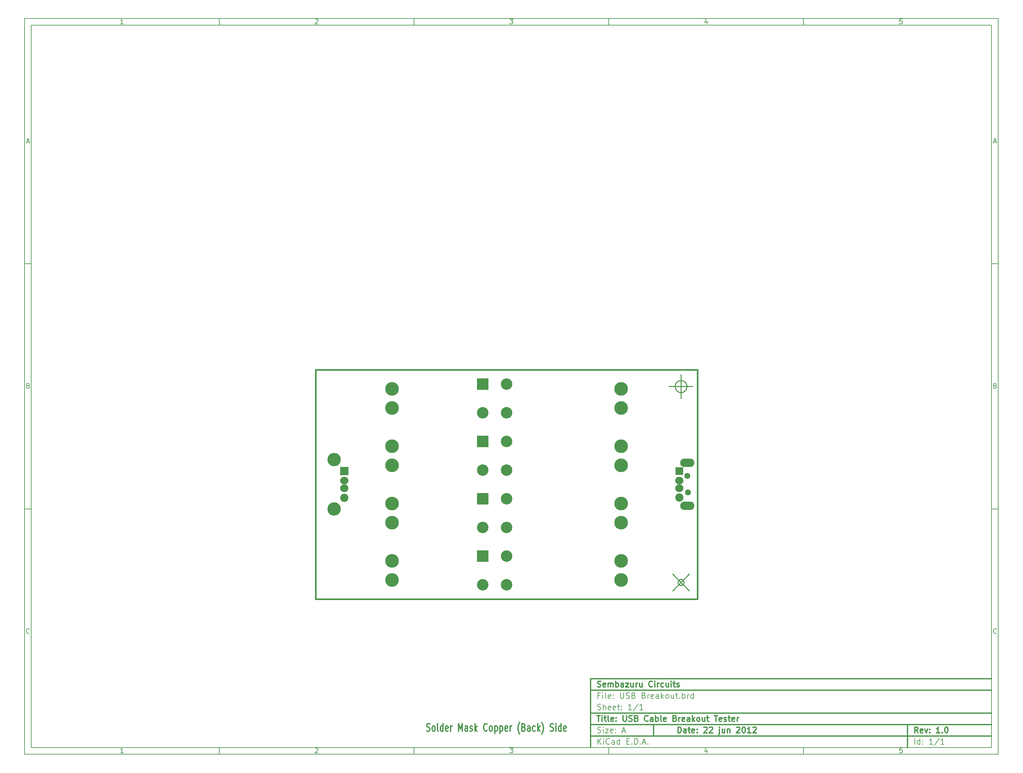
<source format=gbs>
G04 (created by PCBNEW-RS274X (2012-01-19 BZR 3256)-stable) date 08/08/2012 15:29:01*
G01*
G70*
G90*
%MOIN*%
G04 Gerber Fmt 3.4, Leading zero omitted, Abs format*
%FSLAX34Y34*%
G04 APERTURE LIST*
%ADD10C,0.006000*%
%ADD11C,0.012000*%
%ADD12C,0.010000*%
%ADD13C,0.015000*%
%ADD14R,0.120000X0.120000*%
%ADD15C,0.120000*%
%ADD16R,0.083200X0.083200*%
%ADD17O,0.086200X0.079100*%
%ADD18C,0.086200*%
%ADD19O,0.148400X0.089400*%
%ADD20C,0.063300*%
%ADD21R,0.086200X0.086200*%
%ADD22C,0.140600*%
%ADD23C,0.143000*%
G04 APERTURE END LIST*
G54D10*
X-30500Y36750D02*
X71500Y36750D01*
X71500Y-40250D01*
X-30500Y-40250D01*
X-30500Y36750D01*
X-29800Y36050D02*
X70800Y36050D01*
X70800Y-39550D01*
X-29800Y-39550D01*
X-29800Y36050D01*
X-10100Y36750D02*
X-10100Y36050D01*
X-20157Y36198D02*
X-20443Y36198D01*
X-20300Y36198D02*
X-20300Y36698D01*
X-20348Y36626D01*
X-20395Y36579D01*
X-20443Y36555D01*
X-10100Y-40250D02*
X-10100Y-39550D01*
X-20157Y-40102D02*
X-20443Y-40102D01*
X-20300Y-40102D02*
X-20300Y-39602D01*
X-20348Y-39674D01*
X-20395Y-39721D01*
X-20443Y-39745D01*
X10300Y36750D02*
X10300Y36050D01*
X-00043Y36650D02*
X-00019Y36674D01*
X00029Y36698D01*
X00148Y36698D01*
X00195Y36674D01*
X00219Y36650D01*
X00243Y36602D01*
X00243Y36555D01*
X00219Y36483D01*
X-00067Y36198D01*
X00243Y36198D01*
X10300Y-40250D02*
X10300Y-39550D01*
X-00043Y-39650D02*
X-00019Y-39626D01*
X00029Y-39602D01*
X00148Y-39602D01*
X00195Y-39626D01*
X00219Y-39650D01*
X00243Y-39698D01*
X00243Y-39745D01*
X00219Y-39817D01*
X-00067Y-40102D01*
X00243Y-40102D01*
X30700Y36750D02*
X30700Y36050D01*
X20333Y36698D02*
X20643Y36698D01*
X20476Y36507D01*
X20548Y36507D01*
X20595Y36483D01*
X20619Y36460D01*
X20643Y36412D01*
X20643Y36293D01*
X20619Y36245D01*
X20595Y36221D01*
X20548Y36198D01*
X20405Y36198D01*
X20357Y36221D01*
X20333Y36245D01*
X30700Y-40250D02*
X30700Y-39550D01*
X20333Y-39602D02*
X20643Y-39602D01*
X20476Y-39793D01*
X20548Y-39793D01*
X20595Y-39817D01*
X20619Y-39840D01*
X20643Y-39888D01*
X20643Y-40007D01*
X20619Y-40055D01*
X20595Y-40079D01*
X20548Y-40102D01*
X20405Y-40102D01*
X20357Y-40079D01*
X20333Y-40055D01*
X51100Y36750D02*
X51100Y36050D01*
X40995Y36531D02*
X40995Y36198D01*
X40876Y36721D02*
X40757Y36364D01*
X41067Y36364D01*
X51100Y-40250D02*
X51100Y-39550D01*
X40995Y-39769D02*
X40995Y-40102D01*
X40876Y-39579D02*
X40757Y-39936D01*
X41067Y-39936D01*
X61419Y36698D02*
X61181Y36698D01*
X61157Y36460D01*
X61181Y36483D01*
X61229Y36507D01*
X61348Y36507D01*
X61395Y36483D01*
X61419Y36460D01*
X61443Y36412D01*
X61443Y36293D01*
X61419Y36245D01*
X61395Y36221D01*
X61348Y36198D01*
X61229Y36198D01*
X61181Y36221D01*
X61157Y36245D01*
X61419Y-39602D02*
X61181Y-39602D01*
X61157Y-39840D01*
X61181Y-39817D01*
X61229Y-39793D01*
X61348Y-39793D01*
X61395Y-39817D01*
X61419Y-39840D01*
X61443Y-39888D01*
X61443Y-40007D01*
X61419Y-40055D01*
X61395Y-40079D01*
X61348Y-40102D01*
X61229Y-40102D01*
X61181Y-40079D01*
X61157Y-40055D01*
X-30500Y11090D02*
X-29800Y11090D01*
X-30269Y23860D02*
X-30031Y23860D01*
X-30316Y23718D02*
X-30150Y24218D01*
X-29983Y23718D01*
X71500Y11090D02*
X70800Y11090D01*
X71031Y23860D02*
X71269Y23860D01*
X70984Y23718D02*
X71150Y24218D01*
X71317Y23718D01*
X-30500Y-14570D02*
X-29800Y-14570D01*
X-30114Y-01680D02*
X-30043Y-01704D01*
X-30019Y-01728D01*
X-29995Y-01776D01*
X-29995Y-01847D01*
X-30019Y-01895D01*
X-30043Y-01919D01*
X-30090Y-01942D01*
X-30281Y-01942D01*
X-30281Y-01442D01*
X-30114Y-01442D01*
X-30067Y-01466D01*
X-30043Y-01490D01*
X-30019Y-01538D01*
X-30019Y-01585D01*
X-30043Y-01633D01*
X-30067Y-01657D01*
X-30114Y-01680D01*
X-30281Y-01680D01*
X71500Y-14570D02*
X70800Y-14570D01*
X71186Y-01680D02*
X71257Y-01704D01*
X71281Y-01728D01*
X71305Y-01776D01*
X71305Y-01847D01*
X71281Y-01895D01*
X71257Y-01919D01*
X71210Y-01942D01*
X71019Y-01942D01*
X71019Y-01442D01*
X71186Y-01442D01*
X71233Y-01466D01*
X71257Y-01490D01*
X71281Y-01538D01*
X71281Y-01585D01*
X71257Y-01633D01*
X71233Y-01657D01*
X71186Y-01680D01*
X71019Y-01680D01*
X-29995Y-27555D02*
X-30019Y-27579D01*
X-30090Y-27602D01*
X-30138Y-27602D01*
X-30210Y-27579D01*
X-30257Y-27531D01*
X-30281Y-27483D01*
X-30305Y-27388D01*
X-30305Y-27317D01*
X-30281Y-27221D01*
X-30257Y-27174D01*
X-30210Y-27126D01*
X-30138Y-27102D01*
X-30090Y-27102D01*
X-30019Y-27126D01*
X-29995Y-27150D01*
X71305Y-27555D02*
X71281Y-27579D01*
X71210Y-27602D01*
X71162Y-27602D01*
X71090Y-27579D01*
X71043Y-27531D01*
X71019Y-27483D01*
X70995Y-27388D01*
X70995Y-27317D01*
X71019Y-27221D01*
X71043Y-27174D01*
X71090Y-27126D01*
X71162Y-27102D01*
X71210Y-27102D01*
X71281Y-27126D01*
X71305Y-27150D01*
G54D11*
X37943Y-37993D02*
X37943Y-37393D01*
X38086Y-37393D01*
X38171Y-37421D01*
X38229Y-37479D01*
X38257Y-37536D01*
X38286Y-37650D01*
X38286Y-37736D01*
X38257Y-37850D01*
X38229Y-37907D01*
X38171Y-37964D01*
X38086Y-37993D01*
X37943Y-37993D01*
X38800Y-37993D02*
X38800Y-37679D01*
X38771Y-37621D01*
X38714Y-37593D01*
X38600Y-37593D01*
X38543Y-37621D01*
X38800Y-37964D02*
X38743Y-37993D01*
X38600Y-37993D01*
X38543Y-37964D01*
X38514Y-37907D01*
X38514Y-37850D01*
X38543Y-37793D01*
X38600Y-37764D01*
X38743Y-37764D01*
X38800Y-37736D01*
X39000Y-37593D02*
X39229Y-37593D01*
X39086Y-37393D02*
X39086Y-37907D01*
X39114Y-37964D01*
X39172Y-37993D01*
X39229Y-37993D01*
X39657Y-37964D02*
X39600Y-37993D01*
X39486Y-37993D01*
X39429Y-37964D01*
X39400Y-37907D01*
X39400Y-37679D01*
X39429Y-37621D01*
X39486Y-37593D01*
X39600Y-37593D01*
X39657Y-37621D01*
X39686Y-37679D01*
X39686Y-37736D01*
X39400Y-37793D01*
X39943Y-37936D02*
X39971Y-37964D01*
X39943Y-37993D01*
X39914Y-37964D01*
X39943Y-37936D01*
X39943Y-37993D01*
X39943Y-37621D02*
X39971Y-37650D01*
X39943Y-37679D01*
X39914Y-37650D01*
X39943Y-37621D01*
X39943Y-37679D01*
X40657Y-37450D02*
X40686Y-37421D01*
X40743Y-37393D01*
X40886Y-37393D01*
X40943Y-37421D01*
X40972Y-37450D01*
X41000Y-37507D01*
X41000Y-37564D01*
X40972Y-37650D01*
X40629Y-37993D01*
X41000Y-37993D01*
X41228Y-37450D02*
X41257Y-37421D01*
X41314Y-37393D01*
X41457Y-37393D01*
X41514Y-37421D01*
X41543Y-37450D01*
X41571Y-37507D01*
X41571Y-37564D01*
X41543Y-37650D01*
X41200Y-37993D01*
X41571Y-37993D01*
X42285Y-37593D02*
X42285Y-38107D01*
X42256Y-38164D01*
X42199Y-38193D01*
X42171Y-38193D01*
X42285Y-37393D02*
X42256Y-37421D01*
X42285Y-37450D01*
X42313Y-37421D01*
X42285Y-37393D01*
X42285Y-37450D01*
X42828Y-37593D02*
X42828Y-37993D01*
X42571Y-37593D02*
X42571Y-37907D01*
X42599Y-37964D01*
X42657Y-37993D01*
X42742Y-37993D01*
X42799Y-37964D01*
X42828Y-37936D01*
X43114Y-37593D02*
X43114Y-37993D01*
X43114Y-37650D02*
X43142Y-37621D01*
X43200Y-37593D01*
X43285Y-37593D01*
X43342Y-37621D01*
X43371Y-37679D01*
X43371Y-37993D01*
X44085Y-37450D02*
X44114Y-37421D01*
X44171Y-37393D01*
X44314Y-37393D01*
X44371Y-37421D01*
X44400Y-37450D01*
X44428Y-37507D01*
X44428Y-37564D01*
X44400Y-37650D01*
X44057Y-37993D01*
X44428Y-37993D01*
X44799Y-37393D02*
X44856Y-37393D01*
X44913Y-37421D01*
X44942Y-37450D01*
X44971Y-37507D01*
X44999Y-37621D01*
X44999Y-37764D01*
X44971Y-37879D01*
X44942Y-37936D01*
X44913Y-37964D01*
X44856Y-37993D01*
X44799Y-37993D01*
X44742Y-37964D01*
X44713Y-37936D01*
X44685Y-37879D01*
X44656Y-37764D01*
X44656Y-37621D01*
X44685Y-37507D01*
X44713Y-37450D01*
X44742Y-37421D01*
X44799Y-37393D01*
X45570Y-37993D02*
X45227Y-37993D01*
X45399Y-37993D02*
X45399Y-37393D01*
X45342Y-37479D01*
X45284Y-37536D01*
X45227Y-37564D01*
X45798Y-37450D02*
X45827Y-37421D01*
X45884Y-37393D01*
X46027Y-37393D01*
X46084Y-37421D01*
X46113Y-37450D01*
X46141Y-37507D01*
X46141Y-37564D01*
X46113Y-37650D01*
X45770Y-37993D01*
X46141Y-37993D01*
G54D10*
X29543Y-39193D02*
X29543Y-38593D01*
X29886Y-39193D02*
X29629Y-38850D01*
X29886Y-38593D02*
X29543Y-38936D01*
X30143Y-39193D02*
X30143Y-38793D01*
X30143Y-38593D02*
X30114Y-38621D01*
X30143Y-38650D01*
X30171Y-38621D01*
X30143Y-38593D01*
X30143Y-38650D01*
X30772Y-39136D02*
X30743Y-39164D01*
X30657Y-39193D01*
X30600Y-39193D01*
X30515Y-39164D01*
X30457Y-39107D01*
X30429Y-39050D01*
X30400Y-38936D01*
X30400Y-38850D01*
X30429Y-38736D01*
X30457Y-38679D01*
X30515Y-38621D01*
X30600Y-38593D01*
X30657Y-38593D01*
X30743Y-38621D01*
X30772Y-38650D01*
X31286Y-39193D02*
X31286Y-38879D01*
X31257Y-38821D01*
X31200Y-38793D01*
X31086Y-38793D01*
X31029Y-38821D01*
X31286Y-39164D02*
X31229Y-39193D01*
X31086Y-39193D01*
X31029Y-39164D01*
X31000Y-39107D01*
X31000Y-39050D01*
X31029Y-38993D01*
X31086Y-38964D01*
X31229Y-38964D01*
X31286Y-38936D01*
X31829Y-39193D02*
X31829Y-38593D01*
X31829Y-39164D02*
X31772Y-39193D01*
X31658Y-39193D01*
X31600Y-39164D01*
X31572Y-39136D01*
X31543Y-39079D01*
X31543Y-38907D01*
X31572Y-38850D01*
X31600Y-38821D01*
X31658Y-38793D01*
X31772Y-38793D01*
X31829Y-38821D01*
X32572Y-38879D02*
X32772Y-38879D01*
X32858Y-39193D02*
X32572Y-39193D01*
X32572Y-38593D01*
X32858Y-38593D01*
X33115Y-39136D02*
X33143Y-39164D01*
X33115Y-39193D01*
X33086Y-39164D01*
X33115Y-39136D01*
X33115Y-39193D01*
X33401Y-39193D02*
X33401Y-38593D01*
X33544Y-38593D01*
X33629Y-38621D01*
X33687Y-38679D01*
X33715Y-38736D01*
X33744Y-38850D01*
X33744Y-38936D01*
X33715Y-39050D01*
X33687Y-39107D01*
X33629Y-39164D01*
X33544Y-39193D01*
X33401Y-39193D01*
X34001Y-39136D02*
X34029Y-39164D01*
X34001Y-39193D01*
X33972Y-39164D01*
X34001Y-39136D01*
X34001Y-39193D01*
X34258Y-39021D02*
X34544Y-39021D01*
X34201Y-39193D02*
X34401Y-38593D01*
X34601Y-39193D01*
X34801Y-39136D02*
X34829Y-39164D01*
X34801Y-39193D01*
X34772Y-39164D01*
X34801Y-39136D01*
X34801Y-39193D01*
G54D11*
X63086Y-37993D02*
X62886Y-37707D01*
X62743Y-37993D02*
X62743Y-37393D01*
X62971Y-37393D01*
X63029Y-37421D01*
X63057Y-37450D01*
X63086Y-37507D01*
X63086Y-37593D01*
X63057Y-37650D01*
X63029Y-37679D01*
X62971Y-37707D01*
X62743Y-37707D01*
X63571Y-37964D02*
X63514Y-37993D01*
X63400Y-37993D01*
X63343Y-37964D01*
X63314Y-37907D01*
X63314Y-37679D01*
X63343Y-37621D01*
X63400Y-37593D01*
X63514Y-37593D01*
X63571Y-37621D01*
X63600Y-37679D01*
X63600Y-37736D01*
X63314Y-37793D01*
X63800Y-37593D02*
X63943Y-37993D01*
X64085Y-37593D01*
X64314Y-37936D02*
X64342Y-37964D01*
X64314Y-37993D01*
X64285Y-37964D01*
X64314Y-37936D01*
X64314Y-37993D01*
X64314Y-37621D02*
X64342Y-37650D01*
X64314Y-37679D01*
X64285Y-37650D01*
X64314Y-37621D01*
X64314Y-37679D01*
X65371Y-37993D02*
X65028Y-37993D01*
X65200Y-37993D02*
X65200Y-37393D01*
X65143Y-37479D01*
X65085Y-37536D01*
X65028Y-37564D01*
X65628Y-37936D02*
X65656Y-37964D01*
X65628Y-37993D01*
X65599Y-37964D01*
X65628Y-37936D01*
X65628Y-37993D01*
X66028Y-37393D02*
X66085Y-37393D01*
X66142Y-37421D01*
X66171Y-37450D01*
X66200Y-37507D01*
X66228Y-37621D01*
X66228Y-37764D01*
X66200Y-37879D01*
X66171Y-37936D01*
X66142Y-37964D01*
X66085Y-37993D01*
X66028Y-37993D01*
X65971Y-37964D01*
X65942Y-37936D01*
X65914Y-37879D01*
X65885Y-37764D01*
X65885Y-37621D01*
X65914Y-37507D01*
X65942Y-37450D01*
X65971Y-37421D01*
X66028Y-37393D01*
G54D10*
X29514Y-37964D02*
X29600Y-37993D01*
X29743Y-37993D01*
X29800Y-37964D01*
X29829Y-37936D01*
X29857Y-37879D01*
X29857Y-37821D01*
X29829Y-37764D01*
X29800Y-37736D01*
X29743Y-37707D01*
X29629Y-37679D01*
X29571Y-37650D01*
X29543Y-37621D01*
X29514Y-37564D01*
X29514Y-37507D01*
X29543Y-37450D01*
X29571Y-37421D01*
X29629Y-37393D01*
X29771Y-37393D01*
X29857Y-37421D01*
X30114Y-37993D02*
X30114Y-37593D01*
X30114Y-37393D02*
X30085Y-37421D01*
X30114Y-37450D01*
X30142Y-37421D01*
X30114Y-37393D01*
X30114Y-37450D01*
X30343Y-37593D02*
X30657Y-37593D01*
X30343Y-37993D01*
X30657Y-37993D01*
X31114Y-37964D02*
X31057Y-37993D01*
X30943Y-37993D01*
X30886Y-37964D01*
X30857Y-37907D01*
X30857Y-37679D01*
X30886Y-37621D01*
X30943Y-37593D01*
X31057Y-37593D01*
X31114Y-37621D01*
X31143Y-37679D01*
X31143Y-37736D01*
X30857Y-37793D01*
X31400Y-37936D02*
X31428Y-37964D01*
X31400Y-37993D01*
X31371Y-37964D01*
X31400Y-37936D01*
X31400Y-37993D01*
X31400Y-37621D02*
X31428Y-37650D01*
X31400Y-37679D01*
X31371Y-37650D01*
X31400Y-37621D01*
X31400Y-37679D01*
X32114Y-37821D02*
X32400Y-37821D01*
X32057Y-37993D02*
X32257Y-37393D01*
X32457Y-37993D01*
X62743Y-39193D02*
X62743Y-38593D01*
X63286Y-39193D02*
X63286Y-38593D01*
X63286Y-39164D02*
X63229Y-39193D01*
X63115Y-39193D01*
X63057Y-39164D01*
X63029Y-39136D01*
X63000Y-39079D01*
X63000Y-38907D01*
X63029Y-38850D01*
X63057Y-38821D01*
X63115Y-38793D01*
X63229Y-38793D01*
X63286Y-38821D01*
X63572Y-39136D02*
X63600Y-39164D01*
X63572Y-39193D01*
X63543Y-39164D01*
X63572Y-39136D01*
X63572Y-39193D01*
X63572Y-38821D02*
X63600Y-38850D01*
X63572Y-38879D01*
X63543Y-38850D01*
X63572Y-38821D01*
X63572Y-38879D01*
X64629Y-39193D02*
X64286Y-39193D01*
X64458Y-39193D02*
X64458Y-38593D01*
X64401Y-38679D01*
X64343Y-38736D01*
X64286Y-38764D01*
X65314Y-38564D02*
X64800Y-39336D01*
X65829Y-39193D02*
X65486Y-39193D01*
X65658Y-39193D02*
X65658Y-38593D01*
X65601Y-38679D01*
X65543Y-38736D01*
X65486Y-38764D01*
G54D11*
X29457Y-36193D02*
X29800Y-36193D01*
X29629Y-36793D02*
X29629Y-36193D01*
X30000Y-36793D02*
X30000Y-36393D01*
X30000Y-36193D02*
X29971Y-36221D01*
X30000Y-36250D01*
X30028Y-36221D01*
X30000Y-36193D01*
X30000Y-36250D01*
X30200Y-36393D02*
X30429Y-36393D01*
X30286Y-36193D02*
X30286Y-36707D01*
X30314Y-36764D01*
X30372Y-36793D01*
X30429Y-36793D01*
X30715Y-36793D02*
X30657Y-36764D01*
X30629Y-36707D01*
X30629Y-36193D01*
X31171Y-36764D02*
X31114Y-36793D01*
X31000Y-36793D01*
X30943Y-36764D01*
X30914Y-36707D01*
X30914Y-36479D01*
X30943Y-36421D01*
X31000Y-36393D01*
X31114Y-36393D01*
X31171Y-36421D01*
X31200Y-36479D01*
X31200Y-36536D01*
X30914Y-36593D01*
X31457Y-36736D02*
X31485Y-36764D01*
X31457Y-36793D01*
X31428Y-36764D01*
X31457Y-36736D01*
X31457Y-36793D01*
X31457Y-36421D02*
X31485Y-36450D01*
X31457Y-36479D01*
X31428Y-36450D01*
X31457Y-36421D01*
X31457Y-36479D01*
X32200Y-36193D02*
X32200Y-36679D01*
X32228Y-36736D01*
X32257Y-36764D01*
X32314Y-36793D01*
X32428Y-36793D01*
X32486Y-36764D01*
X32514Y-36736D01*
X32543Y-36679D01*
X32543Y-36193D01*
X32800Y-36764D02*
X32886Y-36793D01*
X33029Y-36793D01*
X33086Y-36764D01*
X33115Y-36736D01*
X33143Y-36679D01*
X33143Y-36621D01*
X33115Y-36564D01*
X33086Y-36536D01*
X33029Y-36507D01*
X32915Y-36479D01*
X32857Y-36450D01*
X32829Y-36421D01*
X32800Y-36364D01*
X32800Y-36307D01*
X32829Y-36250D01*
X32857Y-36221D01*
X32915Y-36193D01*
X33057Y-36193D01*
X33143Y-36221D01*
X33600Y-36479D02*
X33686Y-36507D01*
X33714Y-36536D01*
X33743Y-36593D01*
X33743Y-36679D01*
X33714Y-36736D01*
X33686Y-36764D01*
X33628Y-36793D01*
X33400Y-36793D01*
X33400Y-36193D01*
X33600Y-36193D01*
X33657Y-36221D01*
X33686Y-36250D01*
X33714Y-36307D01*
X33714Y-36364D01*
X33686Y-36421D01*
X33657Y-36450D01*
X33600Y-36479D01*
X33400Y-36479D01*
X34800Y-36736D02*
X34771Y-36764D01*
X34685Y-36793D01*
X34628Y-36793D01*
X34543Y-36764D01*
X34485Y-36707D01*
X34457Y-36650D01*
X34428Y-36536D01*
X34428Y-36450D01*
X34457Y-36336D01*
X34485Y-36279D01*
X34543Y-36221D01*
X34628Y-36193D01*
X34685Y-36193D01*
X34771Y-36221D01*
X34800Y-36250D01*
X35314Y-36793D02*
X35314Y-36479D01*
X35285Y-36421D01*
X35228Y-36393D01*
X35114Y-36393D01*
X35057Y-36421D01*
X35314Y-36764D02*
X35257Y-36793D01*
X35114Y-36793D01*
X35057Y-36764D01*
X35028Y-36707D01*
X35028Y-36650D01*
X35057Y-36593D01*
X35114Y-36564D01*
X35257Y-36564D01*
X35314Y-36536D01*
X35600Y-36793D02*
X35600Y-36193D01*
X35600Y-36421D02*
X35657Y-36393D01*
X35771Y-36393D01*
X35828Y-36421D01*
X35857Y-36450D01*
X35886Y-36507D01*
X35886Y-36679D01*
X35857Y-36736D01*
X35828Y-36764D01*
X35771Y-36793D01*
X35657Y-36793D01*
X35600Y-36764D01*
X36229Y-36793D02*
X36171Y-36764D01*
X36143Y-36707D01*
X36143Y-36193D01*
X36685Y-36764D02*
X36628Y-36793D01*
X36514Y-36793D01*
X36457Y-36764D01*
X36428Y-36707D01*
X36428Y-36479D01*
X36457Y-36421D01*
X36514Y-36393D01*
X36628Y-36393D01*
X36685Y-36421D01*
X36714Y-36479D01*
X36714Y-36536D01*
X36428Y-36593D01*
X37628Y-36479D02*
X37714Y-36507D01*
X37742Y-36536D01*
X37771Y-36593D01*
X37771Y-36679D01*
X37742Y-36736D01*
X37714Y-36764D01*
X37656Y-36793D01*
X37428Y-36793D01*
X37428Y-36193D01*
X37628Y-36193D01*
X37685Y-36221D01*
X37714Y-36250D01*
X37742Y-36307D01*
X37742Y-36364D01*
X37714Y-36421D01*
X37685Y-36450D01*
X37628Y-36479D01*
X37428Y-36479D01*
X38028Y-36793D02*
X38028Y-36393D01*
X38028Y-36507D02*
X38056Y-36450D01*
X38085Y-36421D01*
X38142Y-36393D01*
X38199Y-36393D01*
X38627Y-36764D02*
X38570Y-36793D01*
X38456Y-36793D01*
X38399Y-36764D01*
X38370Y-36707D01*
X38370Y-36479D01*
X38399Y-36421D01*
X38456Y-36393D01*
X38570Y-36393D01*
X38627Y-36421D01*
X38656Y-36479D01*
X38656Y-36536D01*
X38370Y-36593D01*
X39170Y-36793D02*
X39170Y-36479D01*
X39141Y-36421D01*
X39084Y-36393D01*
X38970Y-36393D01*
X38913Y-36421D01*
X39170Y-36764D02*
X39113Y-36793D01*
X38970Y-36793D01*
X38913Y-36764D01*
X38884Y-36707D01*
X38884Y-36650D01*
X38913Y-36593D01*
X38970Y-36564D01*
X39113Y-36564D01*
X39170Y-36536D01*
X39456Y-36793D02*
X39456Y-36193D01*
X39513Y-36564D02*
X39684Y-36793D01*
X39684Y-36393D02*
X39456Y-36621D01*
X40028Y-36793D02*
X39970Y-36764D01*
X39942Y-36736D01*
X39913Y-36679D01*
X39913Y-36507D01*
X39942Y-36450D01*
X39970Y-36421D01*
X40028Y-36393D01*
X40113Y-36393D01*
X40170Y-36421D01*
X40199Y-36450D01*
X40228Y-36507D01*
X40228Y-36679D01*
X40199Y-36736D01*
X40170Y-36764D01*
X40113Y-36793D01*
X40028Y-36793D01*
X40742Y-36393D02*
X40742Y-36793D01*
X40485Y-36393D02*
X40485Y-36707D01*
X40513Y-36764D01*
X40571Y-36793D01*
X40656Y-36793D01*
X40713Y-36764D01*
X40742Y-36736D01*
X40942Y-36393D02*
X41171Y-36393D01*
X41028Y-36193D02*
X41028Y-36707D01*
X41056Y-36764D01*
X41114Y-36793D01*
X41171Y-36793D01*
X41742Y-36193D02*
X42085Y-36193D01*
X41914Y-36793D02*
X41914Y-36193D01*
X42513Y-36764D02*
X42456Y-36793D01*
X42342Y-36793D01*
X42285Y-36764D01*
X42256Y-36707D01*
X42256Y-36479D01*
X42285Y-36421D01*
X42342Y-36393D01*
X42456Y-36393D01*
X42513Y-36421D01*
X42542Y-36479D01*
X42542Y-36536D01*
X42256Y-36593D01*
X42770Y-36764D02*
X42827Y-36793D01*
X42942Y-36793D01*
X42999Y-36764D01*
X43027Y-36707D01*
X43027Y-36679D01*
X42999Y-36621D01*
X42942Y-36593D01*
X42856Y-36593D01*
X42799Y-36564D01*
X42770Y-36507D01*
X42770Y-36479D01*
X42799Y-36421D01*
X42856Y-36393D01*
X42942Y-36393D01*
X42999Y-36421D01*
X43199Y-36393D02*
X43428Y-36393D01*
X43285Y-36193D02*
X43285Y-36707D01*
X43313Y-36764D01*
X43371Y-36793D01*
X43428Y-36793D01*
X43856Y-36764D02*
X43799Y-36793D01*
X43685Y-36793D01*
X43628Y-36764D01*
X43599Y-36707D01*
X43599Y-36479D01*
X43628Y-36421D01*
X43685Y-36393D01*
X43799Y-36393D01*
X43856Y-36421D01*
X43885Y-36479D01*
X43885Y-36536D01*
X43599Y-36593D01*
X44142Y-36793D02*
X44142Y-36393D01*
X44142Y-36507D02*
X44170Y-36450D01*
X44199Y-36421D01*
X44256Y-36393D01*
X44313Y-36393D01*
G54D10*
X29743Y-34079D02*
X29543Y-34079D01*
X29543Y-34393D02*
X29543Y-33793D01*
X29829Y-33793D01*
X30057Y-34393D02*
X30057Y-33993D01*
X30057Y-33793D02*
X30028Y-33821D01*
X30057Y-33850D01*
X30085Y-33821D01*
X30057Y-33793D01*
X30057Y-33850D01*
X30429Y-34393D02*
X30371Y-34364D01*
X30343Y-34307D01*
X30343Y-33793D01*
X30885Y-34364D02*
X30828Y-34393D01*
X30714Y-34393D01*
X30657Y-34364D01*
X30628Y-34307D01*
X30628Y-34079D01*
X30657Y-34021D01*
X30714Y-33993D01*
X30828Y-33993D01*
X30885Y-34021D01*
X30914Y-34079D01*
X30914Y-34136D01*
X30628Y-34193D01*
X31171Y-34336D02*
X31199Y-34364D01*
X31171Y-34393D01*
X31142Y-34364D01*
X31171Y-34336D01*
X31171Y-34393D01*
X31171Y-34021D02*
X31199Y-34050D01*
X31171Y-34079D01*
X31142Y-34050D01*
X31171Y-34021D01*
X31171Y-34079D01*
X31914Y-33793D02*
X31914Y-34279D01*
X31942Y-34336D01*
X31971Y-34364D01*
X32028Y-34393D01*
X32142Y-34393D01*
X32200Y-34364D01*
X32228Y-34336D01*
X32257Y-34279D01*
X32257Y-33793D01*
X32514Y-34364D02*
X32600Y-34393D01*
X32743Y-34393D01*
X32800Y-34364D01*
X32829Y-34336D01*
X32857Y-34279D01*
X32857Y-34221D01*
X32829Y-34164D01*
X32800Y-34136D01*
X32743Y-34107D01*
X32629Y-34079D01*
X32571Y-34050D01*
X32543Y-34021D01*
X32514Y-33964D01*
X32514Y-33907D01*
X32543Y-33850D01*
X32571Y-33821D01*
X32629Y-33793D01*
X32771Y-33793D01*
X32857Y-33821D01*
X33314Y-34079D02*
X33400Y-34107D01*
X33428Y-34136D01*
X33457Y-34193D01*
X33457Y-34279D01*
X33428Y-34336D01*
X33400Y-34364D01*
X33342Y-34393D01*
X33114Y-34393D01*
X33114Y-33793D01*
X33314Y-33793D01*
X33371Y-33821D01*
X33400Y-33850D01*
X33428Y-33907D01*
X33428Y-33964D01*
X33400Y-34021D01*
X33371Y-34050D01*
X33314Y-34079D01*
X33114Y-34079D01*
X34371Y-34079D02*
X34457Y-34107D01*
X34485Y-34136D01*
X34514Y-34193D01*
X34514Y-34279D01*
X34485Y-34336D01*
X34457Y-34364D01*
X34399Y-34393D01*
X34171Y-34393D01*
X34171Y-33793D01*
X34371Y-33793D01*
X34428Y-33821D01*
X34457Y-33850D01*
X34485Y-33907D01*
X34485Y-33964D01*
X34457Y-34021D01*
X34428Y-34050D01*
X34371Y-34079D01*
X34171Y-34079D01*
X34771Y-34393D02*
X34771Y-33993D01*
X34771Y-34107D02*
X34799Y-34050D01*
X34828Y-34021D01*
X34885Y-33993D01*
X34942Y-33993D01*
X35370Y-34364D02*
X35313Y-34393D01*
X35199Y-34393D01*
X35142Y-34364D01*
X35113Y-34307D01*
X35113Y-34079D01*
X35142Y-34021D01*
X35199Y-33993D01*
X35313Y-33993D01*
X35370Y-34021D01*
X35399Y-34079D01*
X35399Y-34136D01*
X35113Y-34193D01*
X35913Y-34393D02*
X35913Y-34079D01*
X35884Y-34021D01*
X35827Y-33993D01*
X35713Y-33993D01*
X35656Y-34021D01*
X35913Y-34364D02*
X35856Y-34393D01*
X35713Y-34393D01*
X35656Y-34364D01*
X35627Y-34307D01*
X35627Y-34250D01*
X35656Y-34193D01*
X35713Y-34164D01*
X35856Y-34164D01*
X35913Y-34136D01*
X36199Y-34393D02*
X36199Y-33793D01*
X36256Y-34164D02*
X36427Y-34393D01*
X36427Y-33993D02*
X36199Y-34221D01*
X36771Y-34393D02*
X36713Y-34364D01*
X36685Y-34336D01*
X36656Y-34279D01*
X36656Y-34107D01*
X36685Y-34050D01*
X36713Y-34021D01*
X36771Y-33993D01*
X36856Y-33993D01*
X36913Y-34021D01*
X36942Y-34050D01*
X36971Y-34107D01*
X36971Y-34279D01*
X36942Y-34336D01*
X36913Y-34364D01*
X36856Y-34393D01*
X36771Y-34393D01*
X37485Y-33993D02*
X37485Y-34393D01*
X37228Y-33993D02*
X37228Y-34307D01*
X37256Y-34364D01*
X37314Y-34393D01*
X37399Y-34393D01*
X37456Y-34364D01*
X37485Y-34336D01*
X37685Y-33993D02*
X37914Y-33993D01*
X37771Y-33793D02*
X37771Y-34307D01*
X37799Y-34364D01*
X37857Y-34393D01*
X37914Y-34393D01*
X38114Y-34336D02*
X38142Y-34364D01*
X38114Y-34393D01*
X38085Y-34364D01*
X38114Y-34336D01*
X38114Y-34393D01*
X38400Y-34393D02*
X38400Y-33793D01*
X38400Y-34021D02*
X38457Y-33993D01*
X38571Y-33993D01*
X38628Y-34021D01*
X38657Y-34050D01*
X38686Y-34107D01*
X38686Y-34279D01*
X38657Y-34336D01*
X38628Y-34364D01*
X38571Y-34393D01*
X38457Y-34393D01*
X38400Y-34364D01*
X38943Y-34393D02*
X38943Y-33993D01*
X38943Y-34107D02*
X38971Y-34050D01*
X39000Y-34021D01*
X39057Y-33993D01*
X39114Y-33993D01*
X39571Y-34393D02*
X39571Y-33793D01*
X39571Y-34364D02*
X39514Y-34393D01*
X39400Y-34393D01*
X39342Y-34364D01*
X39314Y-34336D01*
X39285Y-34279D01*
X39285Y-34107D01*
X39314Y-34050D01*
X39342Y-34021D01*
X39400Y-33993D01*
X39514Y-33993D01*
X39571Y-34021D01*
X29514Y-35564D02*
X29600Y-35593D01*
X29743Y-35593D01*
X29800Y-35564D01*
X29829Y-35536D01*
X29857Y-35479D01*
X29857Y-35421D01*
X29829Y-35364D01*
X29800Y-35336D01*
X29743Y-35307D01*
X29629Y-35279D01*
X29571Y-35250D01*
X29543Y-35221D01*
X29514Y-35164D01*
X29514Y-35107D01*
X29543Y-35050D01*
X29571Y-35021D01*
X29629Y-34993D01*
X29771Y-34993D01*
X29857Y-35021D01*
X30114Y-35593D02*
X30114Y-34993D01*
X30371Y-35593D02*
X30371Y-35279D01*
X30342Y-35221D01*
X30285Y-35193D01*
X30200Y-35193D01*
X30142Y-35221D01*
X30114Y-35250D01*
X30885Y-35564D02*
X30828Y-35593D01*
X30714Y-35593D01*
X30657Y-35564D01*
X30628Y-35507D01*
X30628Y-35279D01*
X30657Y-35221D01*
X30714Y-35193D01*
X30828Y-35193D01*
X30885Y-35221D01*
X30914Y-35279D01*
X30914Y-35336D01*
X30628Y-35393D01*
X31399Y-35564D02*
X31342Y-35593D01*
X31228Y-35593D01*
X31171Y-35564D01*
X31142Y-35507D01*
X31142Y-35279D01*
X31171Y-35221D01*
X31228Y-35193D01*
X31342Y-35193D01*
X31399Y-35221D01*
X31428Y-35279D01*
X31428Y-35336D01*
X31142Y-35393D01*
X31599Y-35193D02*
X31828Y-35193D01*
X31685Y-34993D02*
X31685Y-35507D01*
X31713Y-35564D01*
X31771Y-35593D01*
X31828Y-35593D01*
X32028Y-35536D02*
X32056Y-35564D01*
X32028Y-35593D01*
X31999Y-35564D01*
X32028Y-35536D01*
X32028Y-35593D01*
X32028Y-35221D02*
X32056Y-35250D01*
X32028Y-35279D01*
X31999Y-35250D01*
X32028Y-35221D01*
X32028Y-35279D01*
X33085Y-35593D02*
X32742Y-35593D01*
X32914Y-35593D02*
X32914Y-34993D01*
X32857Y-35079D01*
X32799Y-35136D01*
X32742Y-35164D01*
X33770Y-34964D02*
X33256Y-35736D01*
X34285Y-35593D02*
X33942Y-35593D01*
X34114Y-35593D02*
X34114Y-34993D01*
X34057Y-35079D01*
X33999Y-35136D01*
X33942Y-35164D01*
G54D11*
X29514Y-33164D02*
X29600Y-33193D01*
X29743Y-33193D01*
X29800Y-33164D01*
X29829Y-33136D01*
X29857Y-33079D01*
X29857Y-33021D01*
X29829Y-32964D01*
X29800Y-32936D01*
X29743Y-32907D01*
X29629Y-32879D01*
X29571Y-32850D01*
X29543Y-32821D01*
X29514Y-32764D01*
X29514Y-32707D01*
X29543Y-32650D01*
X29571Y-32621D01*
X29629Y-32593D01*
X29771Y-32593D01*
X29857Y-32621D01*
X30342Y-33164D02*
X30285Y-33193D01*
X30171Y-33193D01*
X30114Y-33164D01*
X30085Y-33107D01*
X30085Y-32879D01*
X30114Y-32821D01*
X30171Y-32793D01*
X30285Y-32793D01*
X30342Y-32821D01*
X30371Y-32879D01*
X30371Y-32936D01*
X30085Y-32993D01*
X30628Y-33193D02*
X30628Y-32793D01*
X30628Y-32850D02*
X30656Y-32821D01*
X30714Y-32793D01*
X30799Y-32793D01*
X30856Y-32821D01*
X30885Y-32879D01*
X30885Y-33193D01*
X30885Y-32879D02*
X30914Y-32821D01*
X30971Y-32793D01*
X31056Y-32793D01*
X31114Y-32821D01*
X31142Y-32879D01*
X31142Y-33193D01*
X31428Y-33193D02*
X31428Y-32593D01*
X31428Y-32821D02*
X31485Y-32793D01*
X31599Y-32793D01*
X31656Y-32821D01*
X31685Y-32850D01*
X31714Y-32907D01*
X31714Y-33079D01*
X31685Y-33136D01*
X31656Y-33164D01*
X31599Y-33193D01*
X31485Y-33193D01*
X31428Y-33164D01*
X32228Y-33193D02*
X32228Y-32879D01*
X32199Y-32821D01*
X32142Y-32793D01*
X32028Y-32793D01*
X31971Y-32821D01*
X32228Y-33164D02*
X32171Y-33193D01*
X32028Y-33193D01*
X31971Y-33164D01*
X31942Y-33107D01*
X31942Y-33050D01*
X31971Y-32993D01*
X32028Y-32964D01*
X32171Y-32964D01*
X32228Y-32936D01*
X32457Y-32793D02*
X32771Y-32793D01*
X32457Y-33193D01*
X32771Y-33193D01*
X33257Y-32793D02*
X33257Y-33193D01*
X33000Y-32793D02*
X33000Y-33107D01*
X33028Y-33164D01*
X33086Y-33193D01*
X33171Y-33193D01*
X33228Y-33164D01*
X33257Y-33136D01*
X33543Y-33193D02*
X33543Y-32793D01*
X33543Y-32907D02*
X33571Y-32850D01*
X33600Y-32821D01*
X33657Y-32793D01*
X33714Y-32793D01*
X34171Y-32793D02*
X34171Y-33193D01*
X33914Y-32793D02*
X33914Y-33107D01*
X33942Y-33164D01*
X34000Y-33193D01*
X34085Y-33193D01*
X34142Y-33164D01*
X34171Y-33136D01*
X35257Y-33136D02*
X35228Y-33164D01*
X35142Y-33193D01*
X35085Y-33193D01*
X35000Y-33164D01*
X34942Y-33107D01*
X34914Y-33050D01*
X34885Y-32936D01*
X34885Y-32850D01*
X34914Y-32736D01*
X34942Y-32679D01*
X35000Y-32621D01*
X35085Y-32593D01*
X35142Y-32593D01*
X35228Y-32621D01*
X35257Y-32650D01*
X35514Y-33193D02*
X35514Y-32793D01*
X35514Y-32593D02*
X35485Y-32621D01*
X35514Y-32650D01*
X35542Y-32621D01*
X35514Y-32593D01*
X35514Y-32650D01*
X35800Y-33193D02*
X35800Y-32793D01*
X35800Y-32907D02*
X35828Y-32850D01*
X35857Y-32821D01*
X35914Y-32793D01*
X35971Y-32793D01*
X36428Y-33164D02*
X36371Y-33193D01*
X36257Y-33193D01*
X36199Y-33164D01*
X36171Y-33136D01*
X36142Y-33079D01*
X36142Y-32907D01*
X36171Y-32850D01*
X36199Y-32821D01*
X36257Y-32793D01*
X36371Y-32793D01*
X36428Y-32821D01*
X36942Y-32793D02*
X36942Y-33193D01*
X36685Y-32793D02*
X36685Y-33107D01*
X36713Y-33164D01*
X36771Y-33193D01*
X36856Y-33193D01*
X36913Y-33164D01*
X36942Y-33136D01*
X37228Y-33193D02*
X37228Y-32793D01*
X37228Y-32593D02*
X37199Y-32621D01*
X37228Y-32650D01*
X37256Y-32621D01*
X37228Y-32593D01*
X37228Y-32650D01*
X37428Y-32793D02*
X37657Y-32793D01*
X37514Y-32593D02*
X37514Y-33107D01*
X37542Y-33164D01*
X37600Y-33193D01*
X37657Y-33193D01*
X37828Y-33164D02*
X37885Y-33193D01*
X38000Y-33193D01*
X38057Y-33164D01*
X38085Y-33107D01*
X38085Y-33079D01*
X38057Y-33021D01*
X38000Y-32993D01*
X37914Y-32993D01*
X37857Y-32964D01*
X37828Y-32907D01*
X37828Y-32879D01*
X37857Y-32821D01*
X37914Y-32793D01*
X38000Y-32793D01*
X38057Y-32821D01*
X28800Y-32350D02*
X28800Y-39550D01*
X28800Y-33550D02*
X70800Y-33550D01*
X28800Y-32350D02*
X70800Y-32350D01*
X28800Y-35950D02*
X70800Y-35950D01*
X62000Y-37150D02*
X62000Y-39550D01*
X28800Y-38350D02*
X70800Y-38350D01*
X28800Y-37150D02*
X70800Y-37150D01*
X35400Y-37150D02*
X35400Y-38350D01*
X11614Y-37786D02*
X11700Y-37824D01*
X11843Y-37824D01*
X11900Y-37786D01*
X11929Y-37748D01*
X11957Y-37671D01*
X11957Y-37595D01*
X11929Y-37519D01*
X11900Y-37481D01*
X11843Y-37443D01*
X11729Y-37405D01*
X11671Y-37367D01*
X11643Y-37329D01*
X11614Y-37252D01*
X11614Y-37176D01*
X11643Y-37100D01*
X11671Y-37062D01*
X11729Y-37024D01*
X11871Y-37024D01*
X11957Y-37062D01*
X12300Y-37824D02*
X12242Y-37786D01*
X12214Y-37748D01*
X12185Y-37671D01*
X12185Y-37443D01*
X12214Y-37367D01*
X12242Y-37329D01*
X12300Y-37290D01*
X12385Y-37290D01*
X12442Y-37329D01*
X12471Y-37367D01*
X12500Y-37443D01*
X12500Y-37671D01*
X12471Y-37748D01*
X12442Y-37786D01*
X12385Y-37824D01*
X12300Y-37824D01*
X12843Y-37824D02*
X12785Y-37786D01*
X12757Y-37710D01*
X12757Y-37024D01*
X13328Y-37824D02*
X13328Y-37024D01*
X13328Y-37786D02*
X13271Y-37824D01*
X13157Y-37824D01*
X13099Y-37786D01*
X13071Y-37748D01*
X13042Y-37671D01*
X13042Y-37443D01*
X13071Y-37367D01*
X13099Y-37329D01*
X13157Y-37290D01*
X13271Y-37290D01*
X13328Y-37329D01*
X13842Y-37786D02*
X13785Y-37824D01*
X13671Y-37824D01*
X13614Y-37786D01*
X13585Y-37710D01*
X13585Y-37405D01*
X13614Y-37329D01*
X13671Y-37290D01*
X13785Y-37290D01*
X13842Y-37329D01*
X13871Y-37405D01*
X13871Y-37481D01*
X13585Y-37557D01*
X14128Y-37824D02*
X14128Y-37290D01*
X14128Y-37443D02*
X14156Y-37367D01*
X14185Y-37329D01*
X14242Y-37290D01*
X14299Y-37290D01*
X14956Y-37824D02*
X14956Y-37024D01*
X15156Y-37595D01*
X15356Y-37024D01*
X15356Y-37824D01*
X15899Y-37824D02*
X15899Y-37405D01*
X15870Y-37329D01*
X15813Y-37290D01*
X15699Y-37290D01*
X15642Y-37329D01*
X15899Y-37786D02*
X15842Y-37824D01*
X15699Y-37824D01*
X15642Y-37786D01*
X15613Y-37710D01*
X15613Y-37633D01*
X15642Y-37557D01*
X15699Y-37519D01*
X15842Y-37519D01*
X15899Y-37481D01*
X16156Y-37786D02*
X16213Y-37824D01*
X16328Y-37824D01*
X16385Y-37786D01*
X16413Y-37710D01*
X16413Y-37671D01*
X16385Y-37595D01*
X16328Y-37557D01*
X16242Y-37557D01*
X16185Y-37519D01*
X16156Y-37443D01*
X16156Y-37405D01*
X16185Y-37329D01*
X16242Y-37290D01*
X16328Y-37290D01*
X16385Y-37329D01*
X16671Y-37824D02*
X16671Y-37024D01*
X16728Y-37519D02*
X16899Y-37824D01*
X16899Y-37290D02*
X16671Y-37595D01*
X17957Y-37748D02*
X17928Y-37786D01*
X17842Y-37824D01*
X17785Y-37824D01*
X17700Y-37786D01*
X17642Y-37710D01*
X17614Y-37633D01*
X17585Y-37481D01*
X17585Y-37367D01*
X17614Y-37214D01*
X17642Y-37138D01*
X17700Y-37062D01*
X17785Y-37024D01*
X17842Y-37024D01*
X17928Y-37062D01*
X17957Y-37100D01*
X18300Y-37824D02*
X18242Y-37786D01*
X18214Y-37748D01*
X18185Y-37671D01*
X18185Y-37443D01*
X18214Y-37367D01*
X18242Y-37329D01*
X18300Y-37290D01*
X18385Y-37290D01*
X18442Y-37329D01*
X18471Y-37367D01*
X18500Y-37443D01*
X18500Y-37671D01*
X18471Y-37748D01*
X18442Y-37786D01*
X18385Y-37824D01*
X18300Y-37824D01*
X18757Y-37290D02*
X18757Y-38090D01*
X18757Y-37329D02*
X18814Y-37290D01*
X18928Y-37290D01*
X18985Y-37329D01*
X19014Y-37367D01*
X19043Y-37443D01*
X19043Y-37671D01*
X19014Y-37748D01*
X18985Y-37786D01*
X18928Y-37824D01*
X18814Y-37824D01*
X18757Y-37786D01*
X19300Y-37290D02*
X19300Y-38090D01*
X19300Y-37329D02*
X19357Y-37290D01*
X19471Y-37290D01*
X19528Y-37329D01*
X19557Y-37367D01*
X19586Y-37443D01*
X19586Y-37671D01*
X19557Y-37748D01*
X19528Y-37786D01*
X19471Y-37824D01*
X19357Y-37824D01*
X19300Y-37786D01*
X20071Y-37786D02*
X20014Y-37824D01*
X19900Y-37824D01*
X19843Y-37786D01*
X19814Y-37710D01*
X19814Y-37405D01*
X19843Y-37329D01*
X19900Y-37290D01*
X20014Y-37290D01*
X20071Y-37329D01*
X20100Y-37405D01*
X20100Y-37481D01*
X19814Y-37557D01*
X20357Y-37824D02*
X20357Y-37290D01*
X20357Y-37443D02*
X20385Y-37367D01*
X20414Y-37329D01*
X20471Y-37290D01*
X20528Y-37290D01*
X21356Y-38129D02*
X21328Y-38090D01*
X21271Y-37976D01*
X21242Y-37900D01*
X21213Y-37786D01*
X21185Y-37595D01*
X21185Y-37443D01*
X21213Y-37252D01*
X21242Y-37138D01*
X21271Y-37062D01*
X21328Y-36948D01*
X21356Y-36910D01*
X21785Y-37405D02*
X21871Y-37443D01*
X21899Y-37481D01*
X21928Y-37557D01*
X21928Y-37671D01*
X21899Y-37748D01*
X21871Y-37786D01*
X21813Y-37824D01*
X21585Y-37824D01*
X21585Y-37024D01*
X21785Y-37024D01*
X21842Y-37062D01*
X21871Y-37100D01*
X21899Y-37176D01*
X21899Y-37252D01*
X21871Y-37329D01*
X21842Y-37367D01*
X21785Y-37405D01*
X21585Y-37405D01*
X22442Y-37824D02*
X22442Y-37405D01*
X22413Y-37329D01*
X22356Y-37290D01*
X22242Y-37290D01*
X22185Y-37329D01*
X22442Y-37786D02*
X22385Y-37824D01*
X22242Y-37824D01*
X22185Y-37786D01*
X22156Y-37710D01*
X22156Y-37633D01*
X22185Y-37557D01*
X22242Y-37519D01*
X22385Y-37519D01*
X22442Y-37481D01*
X22985Y-37786D02*
X22928Y-37824D01*
X22814Y-37824D01*
X22756Y-37786D01*
X22728Y-37748D01*
X22699Y-37671D01*
X22699Y-37443D01*
X22728Y-37367D01*
X22756Y-37329D01*
X22814Y-37290D01*
X22928Y-37290D01*
X22985Y-37329D01*
X23242Y-37824D02*
X23242Y-37024D01*
X23299Y-37519D02*
X23470Y-37824D01*
X23470Y-37290D02*
X23242Y-37595D01*
X23671Y-38129D02*
X23699Y-38090D01*
X23756Y-37976D01*
X23785Y-37900D01*
X23814Y-37786D01*
X23842Y-37595D01*
X23842Y-37443D01*
X23814Y-37252D01*
X23785Y-37138D01*
X23756Y-37062D01*
X23699Y-36948D01*
X23671Y-36910D01*
X24556Y-37786D02*
X24642Y-37824D01*
X24785Y-37824D01*
X24842Y-37786D01*
X24871Y-37748D01*
X24899Y-37671D01*
X24899Y-37595D01*
X24871Y-37519D01*
X24842Y-37481D01*
X24785Y-37443D01*
X24671Y-37405D01*
X24613Y-37367D01*
X24585Y-37329D01*
X24556Y-37252D01*
X24556Y-37176D01*
X24585Y-37100D01*
X24613Y-37062D01*
X24671Y-37024D01*
X24813Y-37024D01*
X24899Y-37062D01*
X25156Y-37824D02*
X25156Y-37290D01*
X25156Y-37024D02*
X25127Y-37062D01*
X25156Y-37100D01*
X25184Y-37062D01*
X25156Y-37024D01*
X25156Y-37100D01*
X25699Y-37824D02*
X25699Y-37024D01*
X25699Y-37786D02*
X25642Y-37824D01*
X25528Y-37824D01*
X25470Y-37786D01*
X25442Y-37748D01*
X25413Y-37671D01*
X25413Y-37443D01*
X25442Y-37367D01*
X25470Y-37329D01*
X25528Y-37290D01*
X25642Y-37290D01*
X25699Y-37329D01*
X26213Y-37786D02*
X26156Y-37824D01*
X26042Y-37824D01*
X25985Y-37786D01*
X25956Y-37710D01*
X25956Y-37405D01*
X25985Y-37329D01*
X26042Y-37290D01*
X26156Y-37290D01*
X26213Y-37329D01*
X26242Y-37405D01*
X26242Y-37481D01*
X25956Y-37557D01*
G54D12*
X38562Y-22250D02*
X38556Y-22310D01*
X38538Y-22368D01*
X38509Y-22422D01*
X38471Y-22469D01*
X38424Y-22508D01*
X38370Y-22537D01*
X38312Y-22555D01*
X38252Y-22561D01*
X38192Y-22556D01*
X38134Y-22539D01*
X38080Y-22511D01*
X38032Y-22472D01*
X37993Y-22426D01*
X37964Y-22372D01*
X37945Y-22314D01*
X37939Y-22254D01*
X37944Y-22194D01*
X37960Y-22136D01*
X37988Y-22081D01*
X38026Y-22034D01*
X38072Y-21994D01*
X38126Y-21965D01*
X38184Y-21946D01*
X38244Y-21939D01*
X38304Y-21943D01*
X38362Y-21960D01*
X38417Y-21987D01*
X38465Y-22025D01*
X38504Y-22071D01*
X38535Y-22124D01*
X38554Y-22181D01*
X38561Y-22242D01*
X38562Y-22250D01*
X37375Y-21375D02*
X39125Y-23125D01*
X37375Y-23125D02*
X39125Y-21375D01*
X38875Y-01750D02*
X38863Y-01871D01*
X38827Y-01988D01*
X38770Y-02095D01*
X38693Y-02190D01*
X38599Y-02268D01*
X38492Y-02326D01*
X38375Y-02362D01*
X38254Y-02374D01*
X38133Y-02363D01*
X38016Y-02329D01*
X37908Y-02272D01*
X37813Y-02196D01*
X37735Y-02103D01*
X37676Y-01996D01*
X37639Y-01879D01*
X37626Y-01758D01*
X37636Y-01638D01*
X37669Y-01520D01*
X37725Y-01412D01*
X37801Y-01316D01*
X37894Y-01237D01*
X38000Y-01178D01*
X38116Y-01140D01*
X38237Y-01126D01*
X38358Y-01135D01*
X38476Y-01168D01*
X38584Y-01223D01*
X38681Y-01298D01*
X38760Y-01390D01*
X38820Y-01496D01*
X38859Y-01612D01*
X38874Y-01733D01*
X38875Y-01750D01*
X37000Y-01750D02*
X39500Y-01750D01*
X38250Y-00500D02*
X38250Y-03000D01*
G54D13*
X40000Y-24000D02*
X00000Y-24000D01*
X00000Y00000D02*
X40000Y00000D01*
X00000Y-24000D02*
X00000Y00000D01*
X40000Y00000D02*
X40000Y-24000D01*
G54D14*
X17500Y-19500D03*
G54D15*
X20000Y-19500D03*
X17500Y-22500D03*
X20000Y-22500D03*
G54D14*
X17500Y-13500D03*
G54D15*
X20000Y-13500D03*
X17500Y-16500D03*
X20000Y-16500D03*
G54D14*
X17500Y-07500D03*
G54D15*
X20000Y-07500D03*
X17500Y-10500D03*
X20000Y-10500D03*
G54D14*
X17500Y-01500D03*
G54D15*
X20000Y-01500D03*
X17500Y-04500D03*
X20000Y-04500D03*
G54D16*
X38100Y-10622D03*
G54D17*
X38100Y-11606D03*
X38100Y-12394D03*
G54D18*
X38100Y-13378D03*
G54D19*
X38927Y-09756D03*
X38927Y-14244D03*
G54D20*
X38927Y-11114D03*
X38986Y-12827D03*
G54D18*
X03000Y-13400D03*
G54D17*
X03000Y-12400D03*
X03000Y-11600D03*
G54D21*
X03000Y-10600D03*
G54D22*
X01933Y-14587D03*
X01933Y-09413D03*
G54D23*
X08000Y-16000D03*
X08000Y-14000D03*
X32000Y-04000D03*
X32000Y-02000D03*
X08000Y-22000D03*
X08000Y-20000D03*
X08000Y-10000D03*
X08000Y-08000D03*
X32000Y-22000D03*
X32000Y-20000D03*
X32000Y-16000D03*
X32000Y-14000D03*
X32000Y-10000D03*
X32000Y-08000D03*
X08000Y-04000D03*
X08000Y-02000D03*
M02*

</source>
